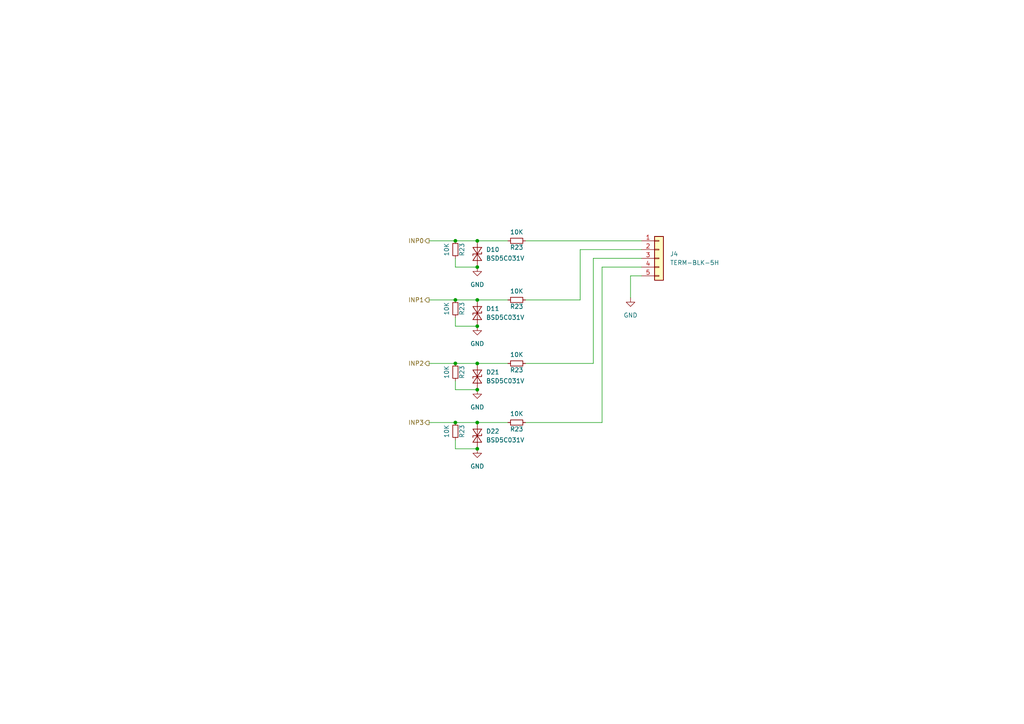
<source format=kicad_sch>
(kicad_sch (version 20230121) (generator eeschema)
  (paper "A4")
  (lib_symbols
    (symbol "Device:R_Small" (pin_numbers hide) (pin_names (offset 0.254) hide)
      (property "Reference" "R" (at 0.762 0.508 0))
      (property "Value" "R_Small" (at 0.762 -1.016 0))
      (symbol "R_Small_0_1"
        (rectangle (start -0.762 1.778) (end 0.762 -1.778) (stroke (width 0.2032)))
      )
      (symbol "R_Small_1_1"
        (pin passive line (at 0 2.54 270) (length 0.762) (name "~") (number "1"))
        (pin passive line (at 0 -2.54 90) (length 0.762) (name "~") (number "2"))
      )
    )
    (symbol "hadv-connectors:TERM-BLK-5H" (pin_names (offset 1.016) hide)
      (property "Reference" "J" (at 0 7.62 0))
      (property "Value" "TERM-BLK-5H" (at 0 -7.62 0))
      (symbol "TERM-BLK-5H_1_1"
        (rectangle (start -1.27 -4.953) (end 0 -5.207) (stroke (width 0.1524)))
        (rectangle (start -1.27 -2.413) (end 0 -2.667) (stroke (width 0.1524)))
        (rectangle (start -1.27 0.127) (end 0 -0.127) (stroke (width 0.1524)))
        (rectangle (start -1.27 2.667) (end 0 2.413) (stroke (width 0.1524)))
        (rectangle (start -1.27 5.207) (end 0 4.953) (stroke (width 0.1524)))
        (rectangle (start -1.27 6.35) (end 1.27 -6.35) (stroke (width 0.254)) (fill (type background)))
        (pin passive line (at -5.08 5.08 0) (length 3.81) (name "Pin_1") (number "1"))
        (pin passive line (at -5.08 2.54 0) (length 3.81) (name "Pin_2") (number "2"))
        (pin passive line (at -5.08 0 0) (length 3.81) (name "Pin_3") (number "3"))
        (pin passive line (at -5.08 -2.54 0) (length 3.81) (name "Pin_4") (number "4"))
        (pin passive line (at -5.08 -5.08 0) (length 3.81) (name "Pin_5") (number "5"))
      )
    )
    (symbol "hadv-protection:BSD5C031V" (pin_numbers hide) (pin_names (offset 1.016) hide)
      (property "Reference" "D" (at 0 2.54 0))
      (property "Value" "BSD5C031V" (at 0 -2.54 0))
      (symbol "BSD5C031V_0_1"
        (polyline (pts (xy 1.27 0) (xy -1.27 0)))
        (polyline (pts (xy -1.905 -1.27) (xy 0 0) (xy -1.905 1.27) (xy -1.905 -1.27)) (stroke (width 0.2032)))
        (polyline (pts (xy 0.508 1.27) (xy 0 1.27) (xy 0 -1.27) (xy -0.508 -1.27)) (stroke (width 0.2032)))
        (polyline (pts (xy 1.905 1.27) (xy 1.905 -1.27) (xy 0 0) (xy 1.905 1.27)) (stroke (width 0.2032)))
      )
      (symbol "BSD5C031V_1_1"
        (pin passive line (at -3.81 0 0) (length 2.54) (name "A1") (number "1"))
        (pin passive line (at 3.81 0 180) (length 2.54) (name "A2") (number "2"))
      )
    )
    (symbol "power:GND" (power) (pin_names (offset 0))
      (property "Value" "GND" (at 0 -3.81 0))
      (symbol "GND_0_1"
        (polyline (pts (xy 0 0) (xy 0 -1.27) (xy 1.27 -1.27) (xy 0 -2.54) (xy -1.27 -1.27) (xy 0 -1.27)))
      )
      (symbol "GND_1_1"
        (pin power_in line (at 0 0 270) (length 0) hide (name "GND") (number "1"))
      )
    )
  )
  (junction (at 138.43 94.615))
  (junction (at 138.43 122.555))
  (junction (at 138.43 86.995))
  (junction (at 132.08 86.995))
  (junction (at 138.43 69.85))
  (junction (at 138.43 130.175))
  (junction (at 132.08 105.41))
  (junction (at 132.08 122.555))
  (junction (at 138.43 105.41))
  (junction (at 138.43 77.47))
  (junction (at 132.08 69.85))
  (junction (at 138.43 113.03))
  (wire (pts (xy 152.4 122.555) (xy 174.625 122.555)))
  (wire (pts (xy 174.625 122.555) (xy 174.625 77.47)))
  (wire (pts (xy 152.4 86.995) (xy 168.275 86.995)))
  (wire (pts (xy 132.08 86.995) (xy 138.43 86.995)))
  (wire (pts (xy 174.625 77.47) (xy 186.055 77.47)))
  (wire (pts (xy 132.08 69.85) (xy 138.43 69.85)))
  (wire (pts (xy 124.46 86.995) (xy 132.08 86.995)))
  (wire (pts (xy 132.08 130.175) (xy 138.43 130.175)))
  (wire (pts (xy 138.43 86.995) (xy 147.32 86.995)))
  (wire (pts (xy 124.46 105.41) (xy 132.08 105.41)))
  (wire (pts (xy 138.43 105.41) (xy 147.32 105.41)))
  (wire (pts (xy 124.46 69.85) (xy 132.08 69.85)))
  (wire (pts (xy 172.085 105.41) (xy 152.4 105.41)))
  (wire (pts (xy 132.08 122.555) (xy 138.43 122.555)))
  (wire (pts (xy 186.055 80.01) (xy 182.88 80.01)))
  (wire (pts (xy 138.43 122.555) (xy 147.32 122.555)))
  (wire (pts (xy 168.275 86.995) (xy 168.275 72.39)))
  (wire (pts (xy 132.08 94.615) (xy 138.43 94.615)))
  (wire (pts (xy 132.08 77.47) (xy 138.43 77.47)))
  (wire (pts (xy 132.08 105.41) (xy 138.43 105.41)))
  (wire (pts (xy 138.43 69.85) (xy 147.32 69.85)))
  (wire (pts (xy 168.275 72.39) (xy 186.055 72.39)))
  (wire (pts (xy 172.085 74.93) (xy 172.085 105.41)))
  (wire (pts (xy 186.055 74.93) (xy 172.085 74.93)))
  (wire (pts (xy 182.88 80.01) (xy 182.88 86.36)))
  (wire (pts (xy 132.08 110.49) (xy 132.08 113.03)))
  (wire (pts (xy 132.08 127.635) (xy 132.08 130.175)))
  (wire (pts (xy 132.08 92.075) (xy 132.08 94.615)))
  (wire (pts (xy 152.4 69.85) (xy 186.055 69.85)))
  (wire (pts (xy 132.08 113.03) (xy 138.43 113.03)))
  (wire (pts (xy 124.46 122.555) (xy 132.08 122.555)))
  (wire (pts (xy 132.08 74.93) (xy 132.08 77.47)))
  (hierarchical_label "INP0" (shape output) (at 124.46 69.85 180))
  (hierarchical_label "INP3" (shape output) (at 124.46 122.555 180))
  (hierarchical_label "INP1" (shape output) (at 124.46 86.995 180))
  (hierarchical_label "INP2" (shape output) (at 124.46 105.41 180))
  (symbol (lib_id "power:GND") (at 138.43 113.03 0) (unit 1)
    (property "Reference" "#PWR099" (effects hide))
    (property "Value" "GND" (at 138.43 118.11 0))
  )
  (symbol (lib_id "Device:R_Small") (at 149.86 122.555 270) (unit 1)
    (property "Reference" "R23" (at 149.86 124.46 90))
    (property "Value" "10K" (at 149.86 120.015 90))
    (property "Footprint" "Resistor_SMD:R_0603_1608Metric" (effects hide))
    (instances (project "colorlight-cnc-proto" (path "" (reference "R23") (unit 1)) (path "" (reference "R37") (unit 1)) (path "" (reference "R55") (unit 1))))
  )
  (symbol (lib_id "hadv-protection:BSD5C031V") (at 138.43 109.22 270) (mirror x) (unit 1)
    (property "Reference" "D21" (at 140.97 107.95 90) (effects (justify left)))
    (property "Value" "BSD5C031V" (at 140.97 110.49 90) (effects (justify left)))
    (property "Footprint" "Diode_SMD:D_SOD-523" (effects hide))
    (property "Datasheet" "https://datasheet.lcsc.com/lcsc/1912111437_BORN-BSD5C031V_C151984.pdf" (effects hide))
    (property "MPN" "BSD5C031V" (effects hide))
    (property "Manufacturer" "BORN" (effects hide))
    (property "LCSC#" "C151984" (effects hide))
  )
  (symbol (lib_id "power:GND") (at 138.43 94.615 0) (unit 1)
    (property "Reference" "#PWR098" (effects hide))
    (property "Value" "GND" (at 138.43 99.695 0))
  )
  (symbol (lib_id "Device:R_Small") (at 132.08 72.39 0) (unit 1)
    (property "Reference" "R23" (at 133.985 72.39 90))
    (property "Value" "10K" (at 129.54 72.39 90))
    (property "Footprint" "Resistor_SMD:R_0603_1608Metric" (effects hide))
    (instances (project "colorlight-cnc-proto" (path "" (reference "R23") (unit 1)) (path "" (reference "R37") (unit 1)) (path "" (reference "R49") (unit 1))))
  )
  (symbol (lib_id "hadv-connectors:TERM-BLK-5H") (at 191.135 74.93 0) (unit 1)
    (property "Reference" "J4" (at 194.31 73.66 0) (effects (justify left)))
    (property "Value" "TERM-BLK-5H" (at 194.31 76.2 0) (effects (justify left)))
    (property "Footprint" "Connector_Phoenix_MC:PhoenixContact_MC_1,5_5-G-3.5_1x05_P3.50mm_Horizontal" (effects hide))
    (property "MPN" "KF2EDGR-3.5-5P" (effects hide))
    (property "Manufacturer" "Cixi Kefa Elec" (effects hide))
    (property "LCSC#" "C441174" (effects hide))
  )
  (symbol (lib_id "hadv-protection:BSD5C031V") (at 138.43 90.805 270) (mirror x) (unit 1)
    (property "Reference" "D11" (at 140.97 89.535 90) (effects (justify left)))
    (property "Value" "BSD5C031V" (at 140.97 92.075 90) (effects (justify left)))
    (property "Footprint" "Diode_SMD:D_SOD-523" (effects hide))
    (property "Datasheet" "https://datasheet.lcsc.com/lcsc/1912111437_BORN-BSD5C031V_C151984.pdf" (effects hide))
    (property "MPN" "BSD5C031V" (effects hide))
    (property "Manufacturer" "BORN" (effects hide))
    (property "LCSC#" "C151984" (effects hide))
  )
  (symbol (lib_id "hadv-protection:BSD5C031V") (at 138.43 126.365 270) (mirror x) (unit 1)
    (property "Reference" "D22" (at 140.97 125.095 90) (effects (justify left)))
    (property "Value" "BSD5C031V" (at 140.97 127.635 90) (effects (justify left)))
    (property "Footprint" "Diode_SMD:D_SOD-523" (effects hide))
    (property "Datasheet" "https://datasheet.lcsc.com/lcsc/1912111437_BORN-BSD5C031V_C151984.pdf" (effects hide))
    (property "MPN" "BSD5C031V" (effects hide))
    (property "Manufacturer" "BORN" (effects hide))
    (property "LCSC#" "C151984" (effects hide))
  )
  (symbol (lib_id "power:GND") (at 182.88 86.36 0) (unit 1)
    (property "Reference" "#PWR096" (effects hide))
    (property "Value" "GND" (at 182.88 91.44 0))
  )
  (symbol (lib_id "Device:R_Small") (at 149.86 86.995 270) (unit 1)
    (property "Reference" "R23" (at 149.86 88.9 90))
    (property "Value" "10K" (at 149.86 84.455 90))
    (property "Footprint" "Resistor_SMD:R_0603_1608Metric" (effects hide))
    (instances (project "colorlight-cnc-proto" (path "" (reference "R23") (unit 1)) (path "" (reference "R37") (unit 1)) (path "" (reference "R51") (unit 1))))
  )
  (symbol (lib_id "Device:R_Small") (at 132.08 125.095 0) (unit 1)
    (property "Reference" "R23" (at 133.985 125.095 90))
    (property "Value" "10K" (at 129.54 125.095 90))
    (property "Footprint" "Resistor_SMD:R_0603_1608Metric" (effects hide))
    (instances (project "colorlight-cnc-proto" (path "" (reference "R23") (unit 1)) (path "" (reference "R37") (unit 1)) (path "" (reference "R53") (unit 1))))
  )
  (symbol (lib_id "hadv-protection:BSD5C031V") (at 138.43 73.66 270) (mirror x) (unit 1)
    (property "Reference" "D10" (at 140.97 72.39 90) (effects (justify left)))
    (property "Value" "BSD5C031V" (at 140.97 74.93 90) (effects (justify left)))
    (property "Footprint" "Diode_SMD:D_SOD-523" (effects hide))
    (property "Datasheet" "https://datasheet.lcsc.com/lcsc/1912111437_BORN-BSD5C031V_C151984.pdf" (effects hide))
    (property "MPN" "BSD5C031V" (effects hide))
    (property "Manufacturer" "BORN" (effects hide))
    (property "LCSC#" "C151984" (effects hide))
  )
  (symbol (lib_id "power:GND") (at 138.43 130.175 0) (unit 1)
    (property "Reference" "#PWR0100" (effects hide))
    (property "Value" "GND" (at 138.43 135.255 0))
  )
  (symbol (lib_id "Device:R_Small") (at 149.86 105.41 270) (unit 1)
    (property "Reference" "R23" (at 149.86 107.315 90))
    (property "Value" "10K" (at 149.86 102.87 90))
    (property "Footprint" "Resistor_SMD:R_0603_1608Metric" (effects hide))
    (instances (project "colorlight-cnc-proto" (path "" (reference "R23") (unit 1)) (path "" (reference "R37") (unit 1)) (path "" (reference "R54") (unit 1))))
  )
  (symbol (lib_id "power:GND") (at 138.43 77.47 0) (unit 1)
    (property "Reference" "#PWR097" (effects hide))
    (property "Value" "GND" (at 138.43 82.55 0))
  )
  (symbol (lib_id "Device:R_Small") (at 149.86 69.85 270) (unit 1)
    (property "Reference" "R23" (at 149.86 71.755 90))
    (property "Value" "10K" (at 149.86 67.31 90))
    (property "Footprint" "Resistor_SMD:R_0603_1608Metric" (effects hide))
    (instances (project "colorlight-cnc-proto" (path "" (reference "R23") (unit 1)) (path "" (reference "R37") (unit 1)) (path "" (reference "R48") (unit 1))))
  )
  (symbol (lib_id "Device:R_Small") (at 132.08 107.95 0) (unit 1)
    (property "Reference" "R23" (at 133.985 107.95 90))
    (property "Value" "10K" (at 129.54 107.95 90))
    (property "Footprint" "Resistor_SMD:R_0603_1608Metric" (effects hide))
    (instances (project "colorlight-cnc-proto" (path "" (reference "R23") (unit 1)) (path "" (reference "R37") (unit 1)) (path "" (reference "R52") (unit 1))))
  )
  (symbol (lib_id "Device:R_Small") (at 132.08 89.535 0) (unit 1)
    (property "Reference" "R23" (at 133.985 89.535 90))
    (property "Value" "10K" (at 129.54 89.535 90))
    (property "Footprint" "Resistor_SMD:R_0603_1608Metric" (effects hide))
    (instances (project "colorlight-cnc-proto" (path "" (reference "R23") (unit 1)) (path "" (reference "R37") (unit 1)) (path "" (reference "R50") (unit 1))))
  )
)
</source>
